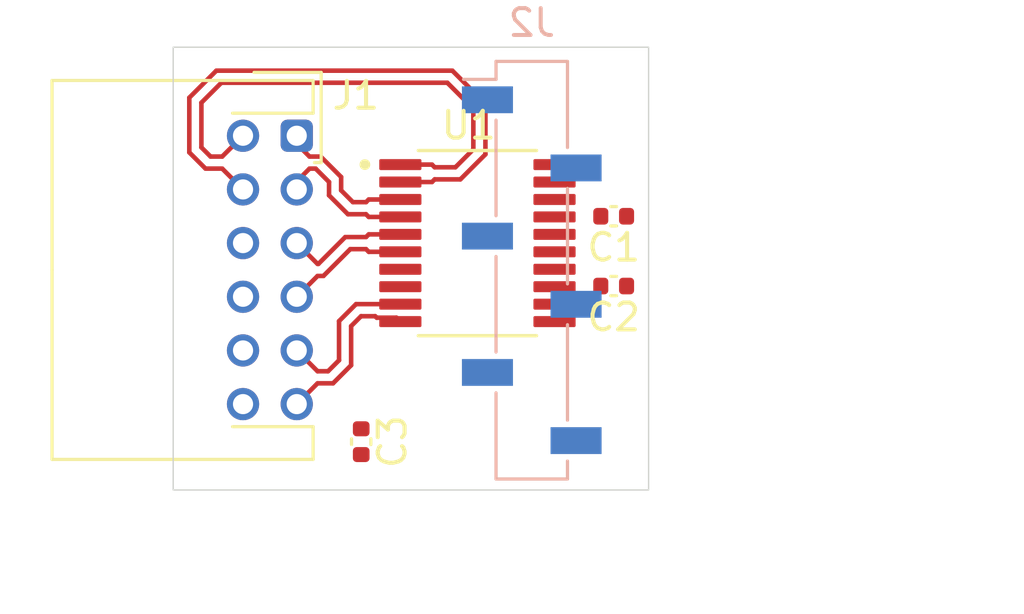
<source format=kicad_pcb>
(kicad_pcb (version 20240108) (generator "pcbnew") (generator_version "8.0")
  (layers (0 "F.Cu" signal "Top-(Sig)") (1 "In1.Cu" power "In1-(Gnd)") (2 "In2.Cu" power "In2-(Gnd)") (31 "B.Cu" signal "Bot-(Sig)") (34 "B.Paste" user) (35 "F.Paste" user) (36 "B.SilkS" user "B.Silkscreen") (37 "F.SilkS" user "F.Silkscreen") (38 "B.Mask" user) (39 "F.Mask" user) (44 "Edge.Cuts" user))
  (net 0 "")
  (net 1 "+3V3")
  (net 2 "GND")
  (net 3 "/CAM_SPI_SCK_D-")
  (net 4 "/CAM_SPI_SDI_D-")
  (net 5 "/CAM_SPI_CS_D-")
  (net 6 "/CAM_SPI_SDI_D+")
  (net 7 "/CAM_SPI_SCK_D+")
  (net 8 "/CAM_SPI_SDO_D-")
  (net 11 "/CAM_SPI_CS_D+")
  (net 12 "/CAM_SPI_SDO_D+")
  (net 13 "/CAM_SPI_SDO")
  (net 14 "/CAM_SPI_CS")
  (net 15 "/CAM_SPI_SCK")
  (net 16 "/CAM_SPI_SDI")
  (footprint "Capacitor_SMD:C_0402_1005Metric" (layer "F.Cu") (at 150.4 100.9 -90)
    (property "Reference" "C3" (at 0 -1.16 90) (layer "F.SilkS"))
    (property "Value" "1uF X7R 16V")
    (fp_line (start -0.107836 0.36) (end 0.107836 0.36) (stroke (width 0.12)) (layer "F.SilkS"))
    (fp_line (start -0.107836 -0.36) (end 0.107836 -0.36) (stroke (width 0.12)) (layer "F.SilkS"))
    (pad "1" smd roundrect (at -0.48 0 270) (size 0.56 0.62) (layers "F.Cu" "F.Paste" "F.Mask") (net 2 "GND"))
    (pad "2" smd roundrect (at 0.48 0 270) (size 0.56 0.62) (layers "F.Cu" "F.Paste" "F.Mask") (net 1 "+3V3"))
  )
  (footprint "SN65LVDT14PW:SOP65P640X120-20N" (layer "F.Cu") (at 154.7275 93.5)
    (property "Reference" "U1" (at -0.325 -4.385 0) (layer "F.SilkS"))
    (property "Value" "SN65LVDT14PW")
    (fp_line (start -2.2 -3.45) (end 2.2 -3.45) (stroke (width 0.127)) (layer "F.SilkS"))
    (fp_line (start -2.2 3.45) (end 2.2 3.45) (stroke (width 0.127)) (layer "F.SilkS"))
    (fp_circle (center -4.19 -2.925) (end -4.09 -2.925) (stroke (width 0.2)) (fill none) (layer "F.SilkS"))
    (pad "1" smd roundrect (at -2.87 -2.925) (size 1.57 0.41) (layers "F.Cu" "F.Paste" "F.Mask") (roundrect_rratio 0.125) (net 7 "/CAM_SPI_SCK_D+"))
    (pad "2" smd roundrect (at -2.87 -2.275) (size 1.57 0.41) (layers "F.Cu" "F.Paste" "F.Mask") (roundrect_rratio 0.125) (net 3 "/CAM_SPI_SCK_D-"))
    (pad "3" smd roundrect (at -2.87 -1.625) (size 1.57 0.41) (layers "F.Cu" "F.Paste" "F.Mask") (roundrect_rratio 0.125) (net 6 "/CAM_SPI_SDI_D+"))
    (pad "4" smd roundrect (at -2.87 -0.975) (size 1.57 0.41) (layers "F.Cu" "F.Paste" "F.Mask") (roundrect_rratio 0.125) (net 4 "/CAM_SPI_SDI_D-"))
    (pad "5" smd roundrect (at -2.87 -0.325) (size 1.57 0.41) (layers "F.Cu" "F.Paste" "F.Mask") (roundrect_rratio 0.125) (net 5 "/CAM_SPI_CS_D-"))
    (pad "6" smd roundrect (at -2.87 0.325) (size 1.57 0.41) (layers "F.Cu" "F.Paste" "F.Mask") (roundrect_rratio 0.125) (net 11 "/CAM_SPI_CS_D+"))
    (pad "7" smd roundrect (at -2.87 0.975) (size 1.57 0.41) (layers "F.Cu" "F.Paste" "F.Mask") (roundrect_rratio 0.125))
    (pad "8" smd roundrect (at -2.87 1.625) (size 1.57 0.41) (layers "F.Cu" "F.Paste" "F.Mask") (roundrect_rratio 0.125))
    (pad "9" smd roundrect (at -2.87 2.275) (size 1.57 0.41) (layers "F.Cu" "F.Paste" "F.Mask") (roundrect_rratio 0.125) (net 8 "/CAM_SPI_SDO_D-"))
    (pad "10" smd roundrect (at -2.87 2.925) (size 1.57 0.41) (layers "F.Cu" "F.Paste" "F.Mask") (roundrect_rratio 0.125) (net 12 "/CAM_SPI_SDO_D+"))
    (pad "11" smd roundrect (at 2.87 2.925) (size 1.57 0.41) (layers "F.Cu" "F.Paste" "F.Mask") (roundrect_rratio 0.125) (net 2 "GND"))
    (pad "12" smd roundrect (at 2.87 2.275) (size 1.57 0.41) (layers "F.Cu" "F.Paste" "F.Mask") (roundrect_rratio 0.125) (net 13 "/CAM_SPI_SDO"))
    (pad "13" smd roundrect (at 2.87 1.625) (size 1.57 0.41) (layers "F.Cu" "F.Paste" "F.Mask") (roundrect_rratio 0.125) (net 1 "+3V3"))
    (pad "14" smd roundrect (at 2.87 0.975) (size 1.57 0.41) (layers "F.Cu" "F.Paste" "F.Mask") (roundrect_rratio 0.125))
    (pad "15" smd roundrect (at 2.87 0.325) (size 1.57 0.41) (layers "F.Cu" "F.Paste" "F.Mask") (roundrect_rratio 0.125) (net 2 "GND"))
    (pad "16" smd roundrect (at 2.87 -0.325) (size 1.57 0.41) (layers "F.Cu" "F.Paste" "F.Mask") (roundrect_rratio 0.125) (net 14 "/CAM_SPI_CS"))
    (pad "17" smd roundrect (at 2.87 -0.975) (size 1.57 0.41) (layers "F.Cu" "F.Paste" "F.Mask") (roundrect_rratio 0.125) (net 1 "+3V3"))
    (pad "18" smd roundrect (at 2.87 -1.625) (size 1.57 0.41) (layers "F.Cu" "F.Paste" "F.Mask") (roundrect_rratio 0.125) (net 16 "/CAM_SPI_SDI"))
    (pad "19" smd roundrect (at 2.87 -2.275) (size 1.57 0.41) (layers "F.Cu" "F.Paste" "F.Mask") (roundrect_rratio 0.125) (net 2 "GND"))
    (pad "20" smd roundrect (at 2.87 -2.925) (size 1.57 0.41) (layers "F.Cu" "F.Paste" "F.Mask") (roundrect_rratio 0.125) (net 15 "/CAM_SPI_SCK"))
  )
  (footprint "Connector_JST:JST_PHD_S12B-PHDSS_2x06_P2.00mm_Horizontal" (layer "F.Cu") (at 148 89.5 -90)
    (property "Reference" "J1" (at -1.5 -2.2 180) (layer "F.SilkS"))
    (property "Value" "Conn_02x06_Odd_Even")
    (fp_line (start -2.06 9.11) (end 5 9.11) (stroke (width 0.12)) (layer "F.SilkS"))
    (fp_line (start 12.06 9.11) (end 5 9.11) (stroke (width 0.12)) (layer "F.SilkS"))
    (fp_line (start -0.84 2.39) (end -0.84 -0.61) (stroke (width 0.12)) (layer "F.SilkS"))
    (fp_line (start 10.84 2.39) (end 10.84 -0.61) (stroke (width 0.12)) (layer "F.SilkS"))
    (fp_line (start -2.06 -0.61) (end -2.06 9.11) (stroke (width 0.12)) (layer "F.SilkS"))
    (fp_line (start -0.84 -0.61) (end -2.06 -0.61) (stroke (width 0.12)) (layer "F.SilkS"))
    (fp_line (start 10.84 -0.61) (end 12.06 -0.61) (stroke (width 0.12)) (layer "F.SilkS"))
    (fp_line (start 12.06 -0.61) (end 12.06 9.11) (stroke (width 0.12)) (layer "F.SilkS"))
    (fp_line (start 1 -0.66) (end 1 -0.91) (stroke (width 0.12)) (layer "F.SilkS"))
    (fp_line (start -2.36 -0.91) (end -2.36 1.59) (stroke (width 0.12)) (layer "F.SilkS"))
    (fp_line (start 1 -0.91) (end -2.36 -0.91) (stroke (width 0.12)) (layer "F.SilkS"))
    (pad "1" thru_hole roundrect (at 0 0 270) (size 1.2 1.2) (drill 0.75) (layers "*.Cu" "*.Mask") (roundrect_rratio 0.208333) (net 6 "/CAM_SPI_SDI_D+"))
    (pad "2" thru_hole circle (at 0 2 270) (size 1.2 1.2) (drill 0.75) (layers "*.Cu" "*.Mask") (net 7 "/CAM_SPI_SCK_D+"))
    (pad "3" thru_hole circle (at 2 0 270) (size 1.2 1.2) (drill 0.75) (layers "*.Cu" "*.Mask") (net 4 "/CAM_SPI_SDI_D-"))
    (pad "4" thru_hole circle (at 2 2 270) (size 1.2 1.2) (drill 0.75) (layers "*.Cu" "*.Mask") (net 3 "/CAM_SPI_SCK_D-"))
    (pad "5" thru_hole circle (at 4 0 270) (size 1.2 1.2) (drill 0.75) (layers "*.Cu" "*.Mask") (net 5 "/CAM_SPI_CS_D-"))
    (pad "6" thru_hole circle (at 4 2 270) (size 1.2 1.2) (drill 0.75) (layers "*.Cu" "*.Mask"))
    (pad "7" thru_hole circle (at 6 0 270) (size 1.2 1.2) (drill 0.75) (layers "*.Cu" "*.Mask") (net 11 "/CAM_SPI_CS_D+"))
    (pad "8" thru_hole circle (at 6 2 270) (size 1.2 1.2) (drill 0.75) (layers "*.Cu" "*.Mask"))
    (pad "9" thru_hole circle (at 8 0 270) (size 1.2 1.2) (drill 0.75) (layers "*.Cu" "*.Mask") (net 8 "/CAM_SPI_SDO_D-"))
    (pad "10" thru_hole circle (at 8 2 270) (size 1.2 1.2) (drill 0.75) (layers "*.Cu" "*.Mask") (net 2 "GND"))
    (pad "11" thru_hole circle (at 10 0 270) (size 1.2 1.2) (drill 0.75) (layers "*.Cu" "*.Mask") (net 12 "/CAM_SPI_SDO_D+"))
    (pad "12" thru_hole circle (at 10 2 270) (size 1.2 1.2) (drill 0.75) (layers "*.Cu" "*.Mask") (net 1 "+3V3"))
  )
  (footprint "Capacitor_SMD:C_0402_1005Metric" (layer "F.Cu") (at 159.8 95.1 180)
    (property "Reference" "C2" (at 0 -1.16 0) (layer "F.SilkS"))
    (property "Value" "100nF X7R 16V")
    (fp_line (start -0.107836 0.36) (end 0.107836 0.36) (stroke (width 0.12)) (layer "F.SilkS"))
    (fp_line (start -0.107836 -0.36) (end 0.107836 -0.36) (stroke (width 0.12)) (layer "F.SilkS"))
    (pad "1" smd roundrect (at -0.48 0 180) (size 0.56 0.62) (layers "F.Cu" "F.Paste" "F.Mask") (net 2 "GND"))
    (pad "2" smd roundrect (at 0.48 0 180) (size 0.56 0.62) (layers "F.Cu" "F.Paste" "F.Mask") (net 1 "+3V3"))
  )
  (footprint "Capacitor_SMD:C_0402_1005Metric" (layer "F.Cu") (at 159.8 92.5 180)
    (property "Reference" "C1" (at 0 -1.16 0) (layer "F.SilkS"))
    (property "Value" "100nF X7R 16V")
    (fp_line (start -0.107836 0.36) (end 0.107836 0.36) (stroke (width 0.12)) (layer "F.SilkS"))
    (fp_line (start -0.107836 -0.36) (end 0.107836 -0.36) (stroke (width 0.12)) (layer "F.SilkS"))
    (pad "1" smd roundrect (at -0.48 0 180) (size 0.56 0.62) (layers "F.Cu" "F.Paste" "F.Mask") (net 2 "GND"))
    (pad "2" smd roundrect (at 0.48 0 180) (size 0.56 0.62) (layers "F.Cu" "F.Paste" "F.Mask") (net 1 "+3V3"))
  )
  (footprint "Connector_PinSocket_2.54mm:PinSocket_1x06_P2.54mm_Vertical_SMD_Pin1Right" (layer "B.Cu") (at 156.75 94.51 180)
    (property "Reference" "J2" (at 0 9.22 0) (layer "B.SilkS") (effects (justify mirror)))
    (property "Value" "Conn_01x06")
    (fp_line (start 2.54 7.11) (end 1.33 7.11) (stroke (width 0.12)) (layer "B.SilkS"))
    (fp_line (start 1.33 7.78) (end -1.33 7.78) (stroke (width 0.12)) (layer "B.SilkS"))
    (fp_line (start 1.33 7.11) (end 1.33 7.78) (stroke (width 0.12)) (layer "B.SilkS"))
    (fp_line (start 1.33 2.03) (end 1.33 5.59) (stroke (width 0.12)) (layer "B.SilkS"))
    (fp_line (start 1.33 -3.05) (end 1.33 0.51) (stroke (width 0.12)) (layer "B.SilkS"))
    (fp_line (start 1.33 -7.78) (end 1.33 -4.57) (stroke (width 0.12)) (layer "B.SilkS"))
    (fp_line (start 1.33 -7.78) (end -1.33 -7.78) (stroke (width 0.12)) (layer "B.SilkS"))
    (fp_line (start -1.33 4.57) (end -1.33 7.78) (stroke (width 0.12)) (layer "B.SilkS"))
    (fp_line (start -1.33 -0.51) (end -1.33 3.05) (stroke (width 0.12)) (layer "B.SilkS"))
    (fp_line (start -1.33 -5.59) (end -1.33 -2.03) (stroke (width 0.12)) (layer "B.SilkS"))
    (fp_line (start -1.33 -7.78) (end -1.33 -7.11) (stroke (width 0.12)) (layer "B.SilkS"))
    (pad "1" smd rect (at 1.65 6.35 180) (size 1.9 1) (layers "B.Cu" "B.Paste" "B.Mask") (net 1 "+3V3"))
    (pad "2" smd rect (at -1.65 3.81 180) (size 1.9 1) (layers "B.Cu" "B.Paste" "B.Mask") (net 2 "GND"))
    (pad "3" smd rect (at 1.65 1.27 180) (size 1.9 1) (layers "B.Cu" "B.Paste" "B.Mask") (net 15 "/CAM_SPI_SCK"))
    (pad "4" smd rect (at -1.65 -1.27 180) (size 1.9 1) (layers "B.Cu" "B.Paste" "B.Mask") (net 16 "/CAM_SPI_SDI"))
    (pad "5" smd rect (at 1.65 -3.81 180) (size 1.9 1) (layers "B.Cu" "B.Paste" "B.Mask") (net 13 "/CAM_SPI_SDO"))
    (pad "6" smd rect (at -1.65 -6.35 180) (size 1.9 1) (layers "B.Cu" "B.Paste" "B.Mask") (net 14 "/CAM_SPI_CS"))
  )
  (gr_rect (start 143.4 86.2) (end 161.1 102.7) (stroke (width 0.05)) (fill none) (layer "Edge.Cuts"))
  (segment (start 144 88.0818) (end 145.0068 87.075) (width 0.17) (layer "F.Cu") (net 3))
  (segment (start 145.0068 87.075) (end 153.7932 87.075) (width 0.17) (layer "F.Cu") (net 3))
  (segment (start 144 90.120675) (end 144 88.0818) (width 0.17) (layer "F.Cu") (net 3))
  (segment (start 154.0932 91.125) (end 153.135001 91.125) (width 0.17) (layer "F.Cu") (net 3))
  (segment (start 145.225 90.725) (end 144.604325 90.725) (width 0.17) (layer "F.Cu") (net 3))
  (segment (start 155.025 88.3068) (end 155.025 90.1932) (width 0.17) (layer "F.Cu") (net 3))
  (segment (start 146 91.5) (end 145.225 90.725) (width 0.17) (layer "F.Cu") (net 3))
  (segment (start 155.025 90.1932) (end 154.0932 91.125) (width 0.17) (layer "F.Cu") (net 3))
  (segment (start 144.604325 90.725) (end 144 90.120675) (width 0.17) (layer "F.Cu") (net 3))
  (segment (start 153.035001 91.225) (end 151.8575 91.225) (width 0.17) (layer "F.Cu") (net 3))
  (segment (start 153.7932 87.075) (end 155.025 88.3068) (width 0.17) (layer "F.Cu") (net 3))
  (segment (start 153.135001 91.125) (end 153.035001 91.225) (width 0.17) (layer "F.Cu") (net 3))
  (segment (start 150.679999 92.525) (end 151.8575 92.525) (width 0.17) (layer "F.Cu") (net 4))
  (segment (start 150.579999 92.425) (end 150.679999 92.525) (width 0.17) (layer "F.Cu") (net 4))
  (segment (start 147.7 91.5) (end 148.475 90.725) (width 0.17) (layer "F.Cu") (net 4))
  (segment (start 148.475 90.725) (end 148.703887 90.725) (width 0.17) (layer "F.Cu") (net 4))
  (segment (start 148.703887 90.725) (end 149.202877 91.22399) (width 0.17) (layer "F.Cu") (net 4))
  (segment (start 149.202877 91.721077) (end 149.9068 92.425) (width 0.17) (layer "F.Cu") (net 4))
  (segment (start 149.9068 92.425) (end 150.579999 92.425) (width 0.17) (layer "F.Cu") (net 4))
  (segment (start 149.202877 91.22399) (end 149.202877 91.721077) (width 0.17) (layer "F.Cu") (net 4))
  (segment (start 150.579999 93.275) (end 150.679999 93.175) (width 0.17) (layer "F.Cu") (net 5))
  (segment (start 148.806801 94.274999) (end 149.8068 93.275) (width 0.17) (layer "F.Cu") (net 5))
  (segment (start 149.8068 93.275) (end 150.579999 93.275) (width 0.17) (layer "F.Cu") (net 5))
  (segment (start 148.774999 94.274999) (end 148.806801 94.274999) (width 0.17) (layer "F.Cu") (net 5))
  (segment (start 148 93.5) (end 148.774999 94.274999) (width 0.17) (layer "F.Cu") (net 5))
  (segment (start 150.679999 93.175) (end 151.8575 93.175) (width 0.17) (layer "F.Cu") (net 5))
  (segment (start 148.475 90.275) (end 148.890287 90.275) (width 0.17) (layer "F.Cu") (net 6))
  (segment (start 150.579999 91.975) (end 150.679999 91.875) (width 0.17) (layer "F.Cu") (net 6))
  (segment (start 149.652877 91.534677) (end 150.0932 91.975) (width 0.17) (layer "F.Cu") (net 6))
  (segment (start 148.890287 90.275) (end 149.652877 91.03759) (width 0.17) (layer "F.Cu") (net 6))
  (segment (start 150.0932 91.975) (end 150.579999 91.975) (width 0.17) (layer "F.Cu") (net 6))
  (segment (start 149.652877 91.03759) (end 149.652877 91.534677) (width 0.17) (layer "F.Cu") (net 6))
  (segment (start 150.679999 91.875) (end 151.8575 91.875) (width 0.17) (layer "F.Cu") (net 6))
  (segment (start 147.7 89.5) (end 148.475 90.275) (width 0.17) (layer "F.Cu") (net 6))
  (segment (start 146 89.5) (end 145.225 90.275) (width 0.17) (layer "F.Cu") (net 7))
  (segment (start 154.575 90.0068) (end 153.9068 90.675) (width 0.17) (layer "F.Cu") (net 7))
  (segment (start 145.225 90.275) (end 144.790725 90.275) (width 0.17) (layer "F.Cu") (net 7))
  (segment (start 145.1932 87.525) (end 153.6068 87.525) (width 0.17) (layer "F.Cu") (net 7))
  (segment (start 144.45 88.2682) (end 145.1932 87.525) (width 0.17) (layer "F.Cu") (net 7))
  (segment (start 153.6068 87.525) (end 154.575 88.4932) (width 0.17) (layer "F.Cu") (net 7))
  (segment (start 144.45 89.934275) (end 144.45 88.2682) (width 0.17) (layer "F.Cu") (net 7))
  (segment (start 153.9068 90.675) (end 153.135001 90.675) (width 0.17) (layer "F.Cu") (net 7))
  (segment (start 154.575 88.4932) (end 154.575 90.0068) (width 0.17) (layer "F.Cu") (net 7))
  (segment (start 153.135001 90.675) (end 153.035001 90.575) (width 0.17) (layer "F.Cu") (net 7))
  (segment (start 144.790725 90.275) (end 144.45 89.934275) (width 0.17) (layer "F.Cu") (net 7))
  (segment (start 153.035001 90.575) (end 151.8575 90.575) (width 0.17) (layer "F.Cu") (net 7))
  (segment (start 149.575 96.4068) (end 150.2068 95.775) (width 0.17) (layer "F.Cu") (net 8))
  (segment (start 149.165243 98.275) (end 149.575 97.865243) (width 0.17) (layer "F.Cu") (net 8))
  (segment (start 149.575 97.865243) (end 149.575 96.4068) (width 0.17) (layer "F.Cu") (net 8))
  (segment (start 148.775 98.275) (end 149.165243 98.275) (width 0.17) (layer "F.Cu") (net 8))
  (segment (start 150.2068 95.775) (end 151.8575 95.775) (width 0.17) (layer "F.Cu") (net 8))
  (segment (start 148 97.5) (end 148.775 98.275) (width 0.17) (layer "F.Cu") (net 8))
  (segment (start 148.774999 94.725001) (end 148.993199 94.725001) (width 0.17) (layer "F.Cu") (net 11))
  (segment (start 150.679999 93.825) (end 151.8575 93.825) (width 0.17) (layer "F.Cu") (net 11))
  (segment (start 148.993199 94.725001) (end 149.9932 93.725) (width 0.17) (layer "F.Cu") (net 11))
  (segment (start 150.579999 93.725) (end 150.679999 93.825) (width 0.17) (layer "F.Cu") (net 11))
  (segment (start 148 95.5) (end 148.774999 94.725001) (width 0.17) (layer "F.Cu") (net 11))
  (segment (start 149.9932 93.725) (end 150.579999 93.725) (width 0.17) (layer "F.Cu") (net 11))
  (segment (start 148.775 98.725) (end 149.351643 98.725) (width 0.17) (layer "F.Cu") (net 12))
  (segment (start 149.351643 98.725) (end 150.025 98.051643) (width 0.17) (layer "F.Cu") (net 12))
  (segment (start 150.393199 96.225001) (end 150.921837 96.225001) (width 0.17) (layer "F.Cu") (net 12))
  (segment (start 150.025 98.051643) (end 150.025 96.5932) (width 0.17) (layer "F.Cu") (net 12))
  (segment (start 150.921837 96.225001) (end 150.976836 96.28) (width 0.17) (layer "F.Cu") (net 12))
  (segment (start 148 99.5) (end 148.775 98.725) (width 0.17) (layer "F.Cu") (net 12))
  (segment (start 150.025 96.5932) (end 150.393199 96.225001) (width 0.17) (layer "F.Cu") (net 12))
  (segment (start 151.7125 96.28) (end 151.8575 96.425) (width 0.17) (layer "F.Cu") (net 12))
  (segment (start 150.976836 96.28) (end 151.7125 96.28) (width 0.17) (layer "F.Cu") (net 12))
)
</source>
